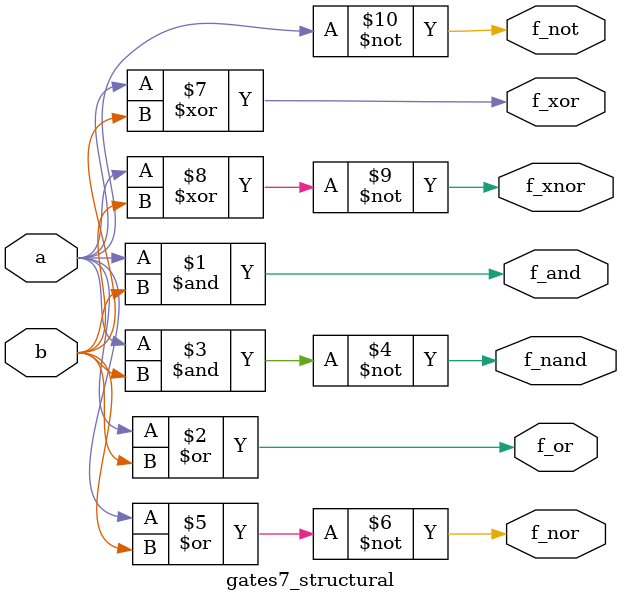
<source format=v>
module gates7_structural (a, b, f_and, f_or, f_not, f_nand, f_nor, f_xor, f_xnor);
	input a,b; 
	output f_and, f_or, f_not, f_nand, f_nor, f_xor, f_xnor;
				
	and	i1 (f_and, a, b);	 
	or 	i2 (f_or, a, b);	
	not	i3 (f_not, a);		
	nand	i4 (f_nand, a, b);	
	nor	i5 (f_nor, a, b);	
	xor	i6 (f_xor, a,  b);	
	xnor	i7 (f_xnor, a, b);	
endmodule

</source>
